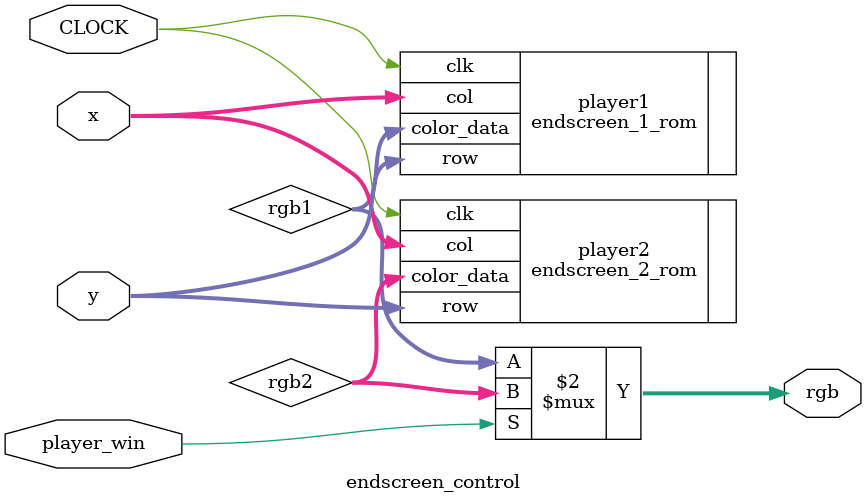
<source format=v>
`timescale 1ns / 1ps


module endscreen_control(input CLOCK, 
    input [6:0]x, input [5:0] y, 
    input player_win, // 0: player1, 1: player2
    output [15:0] rgb);
    
    wire [15:0] rgb1, rgb2;
    endscreen_1_rom player1(.clk(CLOCK), .row(y), .col(x), .color_data(rgb1));
    endscreen_2_rom player2(.clk(CLOCK), .row(y), .col(x), .color_data(rgb2));
    
    assign rgb = ~player_win ? rgb1:rgb2;
    
endmodule

</source>
